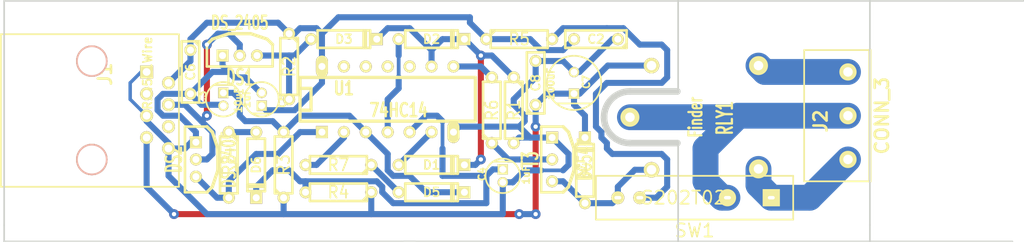
<source format=kicad_pcb>
(kicad_pcb (version 20171130) (host pcbnew "(5.0.1-dev-161-gb2b703363-dirty)+git1-1f19903-1")

  (general
    (thickness 1.6)
    (drawings 9)
    (tracks 240)
    (zones 0)
    (modules 29)
    (nets 22)
  )

  (page A4)
  (title_block
    (date "25 feb 2008")
  )

  (layers
    (0 F.Cu signal)
    (31 B.Cu signal)
    (32 B.Adhes user)
    (33 F.Adhes user)
    (34 B.Paste user)
    (35 F.Paste user)
    (36 B.SilkS user)
    (37 F.SilkS user)
    (38 B.Mask user)
    (39 F.Mask user)
    (40 Dwgs.User user)
    (41 Cmts.User user)
    (42 Eco1.User user)
    (43 Eco2.User user)
    (44 Edge.Cuts user)
    (45 Margin user)
    (46 B.CrtYd user)
    (47 F.CrtYd user)
    (48 B.Fab user)
    (49 F.Fab user)
  )

  (setup
    (last_trace_width 0.70104)
    (trace_clearance 0.1524)
    (zone_clearance 0.50038)
    (zone_45_only no)
    (trace_min 0.2)
    (segment_width 0.20066)
    (edge_width 0.20066)
    (via_size 1.143)
    (via_drill 0.50038)
    (via_min_size 0.4)
    (via_min_drill 0.3)
    (uvia_size 0.3)
    (uvia_drill 0.1)
    (uvias_allowed no)
    (uvia_min_size 0.2)
    (uvia_min_drill 0.1)
    (pcb_text_width 0.20066)
    (pcb_text_size 1.524 2.032)
    (mod_edge_width 0.20066)
    (mod_text_size 1.524 1.524)
    (mod_text_width 0.20066)
    (pad_size 1.397 1.397)
    (pad_drill 0.8128)
    (pad_to_mask_clearance 0.051)
    (solder_mask_min_width 0.25)
    (aux_axis_origin 20.574 22.86)
    (visible_elements FFFFFF7F)
    (pcbplotparams
      (layerselection 0x010fc_ffffffff)
      (usegerberextensions false)
      (usegerberattributes false)
      (usegerberadvancedattributes false)
      (creategerberjobfile false)
      (excludeedgelayer true)
      (linewidth 0.100000)
      (plotframeref false)
      (viasonmask false)
      (mode 1)
      (useauxorigin false)
      (hpglpennumber 1)
      (hpglpenspeed 20)
      (hpglpendiameter 15.000000)
      (psnegative false)
      (psa4output false)
      (plotreference true)
      (plotvalue true)
      (plotinvisibletext false)
      (padsonsilk false)
      (subtractmaskfromsilk false)
      (outputformat 1)
      (mirror false)
      (drillshape 1)
      (scaleselection 1)
      (outputdirectory ""))
  )

  (net 0 "")
  (net 1 N-000010)
  (net 2 N-000016)
  (net 3 N-000001)
  (net 4 +12V)
  (net 5 GND)
  (net 6 +5V)
  (net 7 N-000020)
  (net 8 N-000021)
  (net 9 N-000019)
  (net 10 N-000008)
  (net 11 N-000007)
  (net 12 N-000015)
  (net 13 N-000018)
  (net 14 N-000009)
  (net 15 N-000012)
  (net 16 N-000006)
  (net 17 N-000013)
  (net 18 N-000014)
  (net 19 N-000005)
  (net 20 N-000003)
  (net 21 N-000004)

  (net_class Default "This is the default net class."
    (clearance 0.1524)
    (trace_width 0.70104)
    (via_dia 1.143)
    (via_drill 0.50038)
    (uvia_dia 0.3)
    (uvia_drill 0.1)
    (add_net +12V)
    (add_net +5V)
    (add_net GND)
    (add_net N-000001)
    (add_net N-000003)
    (add_net N-000004)
    (add_net N-000005)
    (add_net N-000006)
    (add_net N-000007)
    (add_net N-000008)
    (add_net N-000009)
    (add_net N-000010)
    (add_net N-000012)
    (add_net N-000013)
    (add_net N-000014)
    (add_net N-000015)
    (add_net N-000016)
    (add_net N-000018)
    (add_net N-000019)
    (add_net N-000020)
    (add_net N-000021)
  )

  (module 3pin_r2 (layer F.Cu) (tedit 475E944B) (tstamp 475E4833)
    (at 132.08 82.55 270)
    (descr "module 2 pin (trou 6 mm)")
    (tags DEV)
    (fp_text reference J2 (at 0.635 3.175 270) (layer F.SilkS)
      (effects (font (size 1.524 1.524) (thickness 0.3048)))
    )
    (fp_text value CONN_3 (at 0 -3.937 270) (layer F.SilkS)
      (effects (font (size 1.524 1.524) (thickness 0.3048)))
    )
    (fp_line (start -7.62 5.08) (end 7.62 5.08) (layer F.SilkS) (width 0.20066))
    (fp_line (start 7.62 -2.54) (end 7.62 5.08) (layer F.SilkS) (width 0.20066))
    (fp_line (start -7.62 -2.54) (end -7.62 5.08) (layer F.SilkS) (width 0.20066))
    (fp_line (start -7.62 -2.54) (end 7.62 -2.54) (layer F.SilkS) (width 0.381))
    (pad 1 thru_hole circle (at -5.08 0 270) (size 1.99898 1.99898) (drill 1.09982) (layers *.Cu *.Mask F.SilkS)
      (net 1 N-000010))
    (pad 3 thru_hole circle (at 5.08 0 270) (size 1.99898 1.99898) (drill 1.09982) (layers *.Cu *.Mask F.SilkS)
      (net 2 N-000016))
    (pad 2 thru_hole circle (at 0 0 270) (size 1.99898 1.99898) (drill 1.09982) (layers *.Cu *.Mask F.SilkS)
      (net 3 N-000001))
    (model "device/douille_4mm(black).wrl"
      (at (xyz 0 0 0))
      (scale (xyz 1.8 1.8 1.8))
      (rotate (xyz 0 0 0))
    )
    (model "device/douille_4mm(red).wrl"
      (offset (xyz -0.59 0 0))
      (scale (xyz 1.8 1.8 1.8))
      (rotate (xyz 0 0 0))
    )
    (model "device/douille_4mm(green).wrl"
      (offset (xyz 0.59 0 0))
      (scale (xyz 1.8 1.8 1.8))
      (rotate (xyz 0 0 0))
    )
  )

  (module C2 placed (layer F.Cu) (tedit 200000) (tstamp 475E98F6)
    (at 95.885 78.74 90)
    (descr "Condensateur = 2 pas")
    (tags C)
    (fp_text reference C8 (at 0 0 90) (layer F.SilkS)
      (effects (font (size 1.016 1.016) (thickness 0.2032)))
    )
    (fp_text value 100nF (at 0 0 90) (layer F.SilkS) hide
      (effects (font (size 1.016 1.016) (thickness 0.2032)))
    )
    (fp_line (start -3.556 -1.016) (end 3.556 -1.016) (layer F.SilkS) (width 0.3048))
    (fp_line (start 3.556 -1.016) (end 3.556 1.016) (layer F.SilkS) (width 0.3048))
    (fp_line (start 3.556 1.016) (end -3.556 1.016) (layer F.SilkS) (width 0.3048))
    (fp_line (start -3.556 1.016) (end -3.556 -1.016) (layer F.SilkS) (width 0.3048))
    (fp_line (start -3.556 -0.508) (end -3.048 -1.016) (layer F.SilkS) (width 0.3048))
    (pad 1 thru_hole circle (at -2.54 0 90) (size 1.397 1.397) (drill 0.8128) (layers *.Cu *.Mask F.SilkS)
      (net 4 +12V))
    (pad 2 thru_hole circle (at 2.54 0 90) (size 1.397 1.397) (drill 0.8128) (layers *.Cu *.Mask F.SilkS)
      (net 5 GND))
    (model discret/capa_2pas_5x5mm.wrl
      (at (xyz 0 0 0))
      (scale (xyz 1 1 1))
      (rotate (xyz 0 0 0))
    )
  )

  (module C2 placed (layer F.Cu) (tedit 200000) (tstamp 475E54E8)
    (at 55.88 77.47 270)
    (descr "Condensateur = 2 pas")
    (tags C)
    (fp_text reference C6 (at 0 0 270) (layer F.SilkS)
      (effects (font (size 1.016 1.016) (thickness 0.2032)))
    )
    (fp_text value 10nF (at 0 0 270) (layer F.SilkS) hide
      (effects (font (size 1.016 1.016) (thickness 0.2032)))
    )
    (fp_line (start -3.556 -1.016) (end 3.556 -1.016) (layer F.SilkS) (width 0.3048))
    (fp_line (start 3.556 -1.016) (end 3.556 1.016) (layer F.SilkS) (width 0.3048))
    (fp_line (start 3.556 1.016) (end -3.556 1.016) (layer F.SilkS) (width 0.3048))
    (fp_line (start -3.556 1.016) (end -3.556 -1.016) (layer F.SilkS) (width 0.3048))
    (fp_line (start -3.556 -0.508) (end -3.048 -1.016) (layer F.SilkS) (width 0.3048))
    (pad 1 thru_hole circle (at -2.54 0 270) (size 1.397 1.397) (drill 0.8128) (layers *.Cu *.Mask F.SilkS)
      (net 6 +5V))
    (pad 2 thru_hole circle (at 2.54 0 270) (size 1.397 1.397) (drill 0.8128) (layers *.Cu *.Mask F.SilkS)
      (net 5 GND))
    (model discret/capa_2pas_5x5mm.wrl
      (at (xyz 0 0 0))
      (scale (xyz 1 1 1))
      (rotate (xyz 0 0 0))
    )
  )

  (module C2 placed (layer F.Cu) (tedit 200000) (tstamp 475DB612)
    (at 102.87 73.66 180)
    (descr "Condensateur = 2 pas")
    (tags C)
    (fp_text reference C2 (at 0 0 180) (layer F.SilkS)
      (effects (font (size 1.016 1.016) (thickness 0.2032)))
    )
    (fp_text value 10nF (at 0 0 180) (layer F.SilkS) hide
      (effects (font (size 1.016 1.016) (thickness 0.2032)))
    )
    (fp_line (start -3.556 -1.016) (end 3.556 -1.016) (layer F.SilkS) (width 0.3048))
    (fp_line (start 3.556 -1.016) (end 3.556 1.016) (layer F.SilkS) (width 0.3048))
    (fp_line (start 3.556 1.016) (end -3.556 1.016) (layer F.SilkS) (width 0.3048))
    (fp_line (start -3.556 1.016) (end -3.556 -1.016) (layer F.SilkS) (width 0.3048))
    (fp_line (start -3.556 -0.508) (end -3.048 -1.016) (layer F.SilkS) (width 0.3048))
    (pad 1 thru_hole circle (at -2.54 0 180) (size 1.397 1.397) (drill 0.8128) (layers *.Cu *.Mask F.SilkS)
      (net 5 GND))
    (pad 2 thru_hole circle (at 2.54 0 180) (size 1.397 1.397) (drill 0.8128) (layers *.Cu *.Mask F.SilkS)
      (net 6 +5V))
    (model discret/capa_2pas_5x5mm.wrl
      (at (xyz 0 0 0))
      (scale (xyz 1 1 1))
      (rotate (xyz 0 0 0))
    )
  )

  (module Elko_1.5 placed (layer F.Cu) (tedit 475ED723) (tstamp 475E5499)
    (at 64.135 80.645 90)
    (fp_text reference C5 (at -0.20066 2.4003 90) (layer F.SilkS)
      (effects (font (size 0.8001 0.8001) (thickness 0.20066)))
    )
    (fp_text value 10uF (at -0.09906 -2.70002 90) (layer F.SilkS)
      (effects (font (size 0.8001 0.8001) (thickness 0.20066)))
    )
    (fp_line (start -1.651 -1.15062) (end -1.651 1.09982) (layer F.SilkS) (width 0.20066))
    (fp_circle (center 0 0) (end -1.99898 0.09906) (layer F.SilkS) (width 0.20066))
    (pad 2 thru_hole circle (at 0.7493 0 90) (size 1.19888 1.19888) (drill 0.8001) (layers *.Cu *.Mask F.SilkS)
      (net 5 GND))
    (pad 1 thru_hole rect (at -0.7493 0 90) (size 1.19888 1.19888) (drill 0.8001) (layers *.Cu *.Mask F.SilkS)
      (net 6 +5V))
  )

  (module Elko_1.5 placed (layer F.Cu) (tedit 475ED723) (tstamp 475DB702)
    (at 92.075 89.535 270)
    (fp_text reference C4 (at -0.20066 2.4003 270) (layer F.SilkS)
      (effects (font (size 0.8001 0.8001) (thickness 0.20066)))
    )
    (fp_text value 1uF (at -0.09906 -2.70002 270) (layer F.SilkS)
      (effects (font (size 0.8001 0.8001) (thickness 0.20066)))
    )
    (fp_line (start -1.651 -1.15062) (end -1.651 1.09982) (layer F.SilkS) (width 0.20066))
    (fp_circle (center 0 0) (end -1.99898 0.09906) (layer F.SilkS) (width 0.20066))
    (pad 2 thru_hole circle (at 0.7493 0 270) (size 1.19888 1.19888) (drill 0.8001) (layers *.Cu *.Mask F.SilkS)
      (net 5 GND))
    (pad 1 thru_hole rect (at -0.7493 0 270) (size 1.19888 1.19888) (drill 0.8001) (layers *.Cu *.Mask F.SilkS)
      (net 7 N-000020))
  )

  (module Elko_1.5 placed (layer F.Cu) (tedit 475ED723) (tstamp 475DB6FE)
    (at 59.69 80.645 270)
    (fp_text reference C3 (at -0.20066 2.4003 270) (layer F.SilkS)
      (effects (font (size 0.8001 0.8001) (thickness 0.20066)))
    )
    (fp_text value 1uF (at -0.09906 -2.70002 270) (layer F.SilkS)
      (effects (font (size 0.8001 0.8001) (thickness 0.20066)))
    )
    (fp_line (start -1.651 -1.15062) (end -1.651 1.09982) (layer F.SilkS) (width 0.20066))
    (fp_circle (center 0 0) (end -1.99898 0.09906) (layer F.SilkS) (width 0.20066))
    (pad 2 thru_hole circle (at 0.7493 0 270) (size 1.19888 1.19888) (drill 0.8001) (layers *.Cu *.Mask F.SilkS)
      (net 5 GND))
    (pad 1 thru_hole rect (at -0.7493 0 270) (size 1.19888 1.19888) (drill 0.8001) (layers *.Cu *.Mask F.SilkS)
      (net 8 N-000021))
  )

  (module Elko_2.5 placed (layer F.Cu) (tedit 475EDFF9) (tstamp 475E7088)
    (at 100.33 78.74 90)
    (fp_text reference C7 (at 0.1016 1.4224 90) (layer F.SilkS)
      (effects (font (size 0.8001 0.8001) (thickness 0.20066)))
    )
    (fp_text value 100uF (at -0.09906 -2.70002 90) (layer F.SilkS)
      (effects (font (size 0.8001 0.8001) (thickness 0.20066)))
    )
    (fp_line (start -2.3876 -2.032) (end -2.3876 2.032) (layer F.SilkS) (width 0.20066))
    (fp_circle (center 0 0) (end -3.1496 0) (layer F.SilkS) (width 0.20066))
    (pad 2 thru_hole circle (at 1.24968 0 90) (size 1.19888 1.19888) (drill 0.8001) (layers *.Cu *.Mask F.SilkS)
      (net 5 GND))
    (pad 1 thru_hole rect (at -1.24968 0 90) (size 1.19888 1.19888) (drill 0.8001) (layers *.Cu *.Mask F.SilkS)
      (net 4 +12V))
  )

  (module Finder_36.11.9.012 (layer F.Cu) (tedit 475D8632) (tstamp 475E4815)
    (at 105.41 74.93 270)
    (descr "Finder relay")
    (tags FINDER)
    (autoplace_cost90 4)
    (autoplace_cost180 4)
    (fp_text reference RLY1 (at 7.8994 -12.40028 270) (layer F.SilkS)
      (effects (font (size 1.7907 1.07696) (thickness 0.3048)))
    )
    (fp_text value Finder (at 7.80034 -8.99922 270) (layer F.SilkS)
      (effects (font (size 1.524 1.016) (thickness 0.3048)))
    )
    (fp_arc (start 7.80034 -1.39954) (end 7.80034 1.6002) (angle 90) (layer Edge.Cuts) (width 0.762))
    (fp_arc (start 7.80034 -1.39954) (end 10.80008 -1.39954) (angle 90) (layer Edge.Cuts) (width 0.762))
    (fp_line (start 10.80008 -1.40208) (end 10.80008 -6.90372) (layer Edge.Cuts) (width 0.762))
    (fp_line (start 4.8006 -6.90118) (end 4.8006 -1.39954) (layer Edge.Cuts) (width 0.762))
    (fp_line (start 15.40002 -21.5011) (end 15.40002 0) (layer B.Paste) (width 0.381))
    (fp_line (start 15.40002 0) (end 0 0) (layer B.Paste) (width 0.381))
    (fp_line (start 0 0) (end 0 -21.5011) (layer B.Paste) (width 0.381))
    (fp_line (start 0 -21.5011) (end 15.40002 -21.5011) (layer B.Paste) (width 0.381))
    (pad 1 thru_hole circle (at 1.80086 -3.8989 270) (size 1.80086 1.80086) (drill 1.09982) (layers *.Cu *.Mask F.SilkS)
      (net 4 +12V))
    (pad 2 thru_hole circle (at 13.89888 -3.8989 270) (size 1.80086 1.80086) (drill 1.09982) (layers *.Cu *.Mask F.SilkS)
      (net 9 N-000019))
    (pad 3 thru_hole circle (at 7.80034 -1.39954 270) (size 2.19964 2.19964) (drill 1.09982) (layers *.Cu *.Mask F.SilkS)
      (net 3 N-000001))
    (pad 4 thru_hole circle (at 1.80086 -16.29918 270) (size 2.19964 2.19964) (drill 1.09982) (layers *.Cu *.Mask F.SilkS)
      (net 1 N-000010))
    (pad 5 thru_hole circle (at 13.79982 -16.29918 270) (size 2.19964 2.19964) (drill 1.09982) (layers *.Cu *.Mask F.SilkS)
      (net 2 N-000016))
    (model discret/to220_vert.wrl
      (at (xyz 0 0 0))
      (scale (xyz 1 1 1))
      (rotate (xyz 0 0 90))
    )
  )

  (module RJ45_8_R (layer F.Cu) (tedit 475E8CC9) (tstamp 5BABB16A)
    (at 50.8 77.47 270)
    (tags RJ45)
    (fp_text reference J1 (at 0.254 4.826 270) (layer F.SilkS)
      (effects (font (size 1.524 1.524) (thickness 0.3048)))
    )
    (fp_text value RJ45_1Wire (at 0.14224 -0.1016 270) (layer F.SilkS)
      (effects (font (size 1.00076 1.00076) (thickness 0.2032)))
    )
    (fp_line (start -4.3815 -3.7465) (end 13.335 -3.7465) (layer F.SilkS) (width 0.20066))
    (fp_line (start 13.335 -3.7465) (end 13.335 16.891) (layer F.SilkS) (width 0.20066))
    (fp_line (start 13.335 16.891) (end -4.3815 16.891) (layer F.SilkS) (width 0.20066))
    (fp_line (start -4.3815 16.891) (end -4.3815 -3.7465) (layer F.SilkS) (width 0.20066))
    (pad Hole np_thru_hole circle (at 10.17016 6.35 270) (size 3.64998 3.64998) (drill 3.2512) (layers *.Cu *.SilkS *.Mask))
    (pad Hole np_thru_hole circle (at -1.25984 6.35 270) (size 3.64998 3.64998) (drill 3.2512) (layers *.Cu *.SilkS *.Mask))
    (pad 1 thru_hole rect (at 0 0 270) (size 1.50114 1.50114) (drill 0.89916) (layers *.Cu *.Mask F.SilkS)
      (net 5 GND))
    (pad 2 thru_hole circle (at 1.27 -2.54 270) (size 1.50114 1.50114) (drill 0.89916) (layers *.Cu *.Mask F.SilkS)
      (net 6 +5V))
    (pad 3 thru_hole circle (at 2.54 0 270) (size 1.50114 1.50114) (drill 0.89916) (layers *.Cu *.Mask F.SilkS))
    (pad 4 thru_hole circle (at 3.81 -2.54 270) (size 1.50114 1.50114) (drill 0.89916) (layers *.Cu *.Mask F.SilkS)
      (net 10 N-000008))
    (pad 5 thru_hole circle (at 5.08 0 270) (size 1.50114 1.50114) (drill 0.89916) (layers *.Cu *.Mask F.SilkS)
      (net 5 GND))
    (pad 6 thru_hole circle (at 6.35 -2.54 270) (size 1.50114 1.50114) (drill 0.89916) (layers *.Cu *.Mask F.SilkS))
    (pad 7 thru_hole circle (at 7.62 0 270) (size 1.50114 1.50114) (drill 0.89916) (layers *.Cu *.Mask F.SilkS)
      (net 4 +12V))
    (pad 8 thru_hole circle (at 8.89 -2.54 270) (size 1.50114 1.50114) (drill 0.89916) (layers *.Cu *.Mask F.SilkS)
      (net 5 GND))
    (model connectors/RJ45_8.wrl
      (at (xyz 0 0 0))
      (scale (xyz 0.4 0.4 0.4))
      (rotate (xyz 0 0 0))
    )
  )

  (module S202T02 (layer F.Cu) (tedit 4784DC4F) (tstamp 4784D87C)
    (at 123.19 92.075 180)
    (autoplace_cost90 10)
    (autoplace_cost180 10)
    (fp_text reference SW1 (at 8.89 -3.81 180) (layer F.SilkS)
      (effects (font (size 1.524 1.524) (thickness 0.20066)))
    )
    (fp_text value S202T02 (at 10.16 0 180) (layer F.SilkS)
      (effects (font (size 1.524 1.524) (thickness 0.20066)))
    )
    (fp_line (start -2.54 -2.54) (end 20.32 -2.54) (layer F.SilkS) (width 0.20066))
    (fp_line (start 20.32 -2.54) (end 20.32 2.54) (layer F.SilkS) (width 0.20066))
    (fp_line (start 20.32 2.54) (end -2.54 2.54) (layer F.SilkS) (width 0.20066))
    (fp_line (start -2.54 2.54) (end -2.54 -2.54) (layer F.SilkS) (width 0.20066))
    (pad 1 thru_hole rect (at 0 0 180) (size 1.99898 1.99898) (drill oval 0.8001 0.39878) (layers *.Cu *.Mask F.SilkS)
      (net 2 N-000016))
    (pad 2 thru_hole circle (at 5.08 0 180) (size 1.99898 1.99898) (drill oval 0.8001 0.39878) (layers *.Cu *.Mask F.SilkS)
      (net 3 N-000001))
    (pad 3 thru_hole circle (at 15.24 0 180) (size 1.50114 1.50114) (drill oval 0.8001 0.39878) (layers *.Cu *.Mask F.SilkS)
      (net 11 N-000007))
    (pad 4 thru_hole circle (at 17.78 0 180) (size 1.50114 1.50114) (drill oval 0.8001 0.39878) (layers *.Cu *.Mask F.SilkS)
      (net 9 N-000019))
  )

  (module TO92_inline placed (layer F.Cu) (tedit 475D88C9) (tstamp 475E4888)
    (at 97.79 87.63 270)
    (descr "Trans inline")
    (tags TRANS)
    (fp_text reference T3 (at 0 2.54 270) (layer F.SilkS)
      (effects (font (size 1.7907 1.07696) (thickness 0.3048)))
    )
    (fp_text value BC547 (at 0 -3.81 270) (layer F.SilkS)
      (effects (font (size 1.524 1.016) (thickness 0.3048)))
    )
    (fp_line (start -3.81 -1.27) (end -3.175 -1.905) (layer F.SilkS) (width 0.381))
    (fp_line (start -3.175 -1.905) (end -1.27 -2.54) (layer F.SilkS) (width 0.381))
    (fp_line (start -1.27 -2.54) (end 1.27 -2.54) (layer F.SilkS) (width 0.381))
    (fp_line (start 1.27 -2.54) (end 3.175 -1.905) (layer F.SilkS) (width 0.381))
    (fp_line (start 3.175 -1.905) (end 3.81 -1.27) (layer F.SilkS) (width 0.381))
    (fp_line (start -3.81 1.27) (end -3.81 -1.27) (layer F.SilkS) (width 0.3048))
    (fp_line (start 3.81 -1.27) (end 3.81 1.27) (layer F.SilkS) (width 0.3048))
    (fp_line (start 3.81 1.27) (end -3.81 1.27) (layer F.SilkS) (width 0.3048))
    (pad 1 thru_hole rect (at -2.54 0 270) (size 1.397 1.397) (drill 0.8128) (layers *.Cu *.Mask F.SilkS)
      (net 5 GND))
    (pad 2 thru_hole circle (at 0 0 270) (size 1.397 1.397) (drill 0.8128) (layers *.Cu *.Mask F.SilkS)
      (net 12 N-000015))
    (pad 3 thru_hole circle (at 2.54 0 270) (size 1.397 1.397) (drill 0.8128) (layers *.Cu *.Mask F.SilkS)
      (net 9 N-000019))
    (model discret/to220_vert.wrl
      (at (xyz 0 0 0))
      (scale (xyz 1 1 1))
      (rotate (xyz 0 0 90))
    )
  )

  (module TO92_inline_2mm placed (layer F.Cu) (tedit 475D8914) (tstamp 475DB4CD)
    (at 56.515 87.63 270)
    (descr "Trans inline")
    (tags TRANS)
    (fp_text reference DS2 (at 0 2.54 270) (layer F.SilkS)
      (effects (font (size 1.7907 1.07696) (thickness 0.3048)))
    )
    (fp_text value DS_2405 (at 0 -3.81 270) (layer F.SilkS)
      (effects (font (size 1.524 1.016) (thickness 0.3048)))
    )
    (fp_line (start -3.81 -1.27) (end -3.175 -1.905) (layer F.SilkS) (width 0.381))
    (fp_line (start -3.175 -1.905) (end -1.27 -2.54) (layer F.SilkS) (width 0.381))
    (fp_line (start -1.27 -2.54) (end 1.27 -2.54) (layer F.SilkS) (width 0.381))
    (fp_line (start 1.27 -2.54) (end 3.175 -1.905) (layer F.SilkS) (width 0.381))
    (fp_line (start 3.175 -1.905) (end 3.81 -1.27) (layer F.SilkS) (width 0.381))
    (fp_line (start -3.81 1.27) (end -3.81 -1.27) (layer F.SilkS) (width 0.3048))
    (fp_line (start 3.81 -1.27) (end 3.81 1.27) (layer F.SilkS) (width 0.3048))
    (fp_line (start 3.81 1.27) (end -3.81 1.27) (layer F.SilkS) (width 0.3048))
    (pad 1 thru_hole rect (at -1.99898 0 270) (size 1.397 1.397) (drill 0.8128) (layers *.Cu *.Mask F.SilkS)
      (net 5 GND))
    (pad 2 thru_hole circle (at 0 0 270) (size 1.397 1.397) (drill 0.8128) (layers *.Cu *.Mask F.SilkS)
      (net 10 N-000008))
    (pad 3 thru_hole circle (at 1.99898 0 270) (size 1.397 1.397) (drill 0.8128) (layers *.Cu *.Mask F.SilkS)
      (net 13 N-000018))
    (model discret/to220_vert.wrl
      (at (xyz 0 0 0))
      (scale (xyz 1 1 1))
      (rotate (xyz 0 0 90))
    )
  )

  (module TO92_inline_2mm placed (layer F.Cu) (tedit 475D8914) (tstamp 5BABB0C4)
    (at 61.595 75.565)
    (descr "Trans inline")
    (tags TRANS)
    (fp_text reference DS1 (at 0 2.54) (layer F.SilkS)
      (effects (font (size 1.7907 1.07696) (thickness 0.3048)))
    )
    (fp_text value DS_2405 (at 0 -3.81) (layer F.SilkS)
      (effects (font (size 1.524 1.016) (thickness 0.3048)))
    )
    (fp_line (start -3.81 -1.27) (end -3.175 -1.905) (layer F.SilkS) (width 0.381))
    (fp_line (start -3.175 -1.905) (end -1.27 -2.54) (layer F.SilkS) (width 0.381))
    (fp_line (start -1.27 -2.54) (end 1.27 -2.54) (layer F.SilkS) (width 0.381))
    (fp_line (start 1.27 -2.54) (end 3.175 -1.905) (layer F.SilkS) (width 0.381))
    (fp_line (start 3.175 -1.905) (end 3.81 -1.27) (layer F.SilkS) (width 0.381))
    (fp_line (start -3.81 1.27) (end -3.81 -1.27) (layer F.SilkS) (width 0.3048))
    (fp_line (start 3.81 -1.27) (end 3.81 1.27) (layer F.SilkS) (width 0.3048))
    (fp_line (start 3.81 1.27) (end -3.81 1.27) (layer F.SilkS) (width 0.3048))
    (pad 1 thru_hole rect (at -1.99898 0) (size 1.397 1.397) (drill 0.8128) (layers *.Cu *.Mask F.SilkS)
      (net 5 GND))
    (pad 2 thru_hole circle (at 0 0) (size 1.397 1.397) (drill 0.8128) (layers *.Cu *.Mask F.SilkS)
      (net 10 N-000008))
    (pad 3 thru_hole circle (at 1.99898 0) (size 1.397 1.397) (drill 0.8128) (layers *.Cu *.Mask F.SilkS)
      (net 14 N-000009))
    (model discret/to220_vert.wrl
      (at (xyz 0 0 0))
      (scale (xyz 1 1 1))
      (rotate (xyz 0 0 90))
    )
  )

  (module D3 (layer F.Cu) (tedit 200000) (tstamp 475E4489)
    (at 83.82 88.265)
    (descr "Diode 3 pas")
    (tags "DIODE DEV")
    (fp_text reference D1 (at 0 0) (layer F.SilkS)
      (effects (font (size 1.016 1.016) (thickness 0.2032)))
    )
    (fp_text value 1N4148 (at 0 0) (layer F.SilkS) hide
      (effects (font (size 1.016 1.016) (thickness 0.2032)))
    )
    (fp_line (start 3.81 0) (end 3.048 0) (layer F.SilkS) (width 0.3048))
    (fp_line (start 3.048 0) (end 3.048 -1.016) (layer F.SilkS) (width 0.3048))
    (fp_line (start 3.048 -1.016) (end -3.048 -1.016) (layer F.SilkS) (width 0.3048))
    (fp_line (start -3.048 -1.016) (end -3.048 0) (layer F.SilkS) (width 0.3048))
    (fp_line (start -3.048 0) (end -3.81 0) (layer F.SilkS) (width 0.3048))
    (fp_line (start -3.048 0) (end -3.048 1.016) (layer F.SilkS) (width 0.3048))
    (fp_line (start -3.048 1.016) (end 3.048 1.016) (layer F.SilkS) (width 0.3048))
    (fp_line (start 3.048 1.016) (end 3.048 0) (layer F.SilkS) (width 0.3048))
    (fp_line (start 2.54 -1.016) (end 2.54 1.016) (layer F.SilkS) (width 0.3048))
    (fp_line (start 2.286 1.016) (end 2.286 -1.016) (layer F.SilkS) (width 0.3048))
    (pad 2 thru_hole rect (at 3.81 0) (size 1.397 1.397) (drill 0.8128) (layers *.Cu *.Mask F.SilkS)
      (net 15 N-000012))
    (pad 1 thru_hole circle (at -3.81 0) (size 1.397 1.397) (drill 0.8128) (layers *.Cu *.Mask F.SilkS)
      (net 16 N-000006))
    (model discret/diode.wrl
      (at (xyz 0 0 0))
      (scale (xyz 0.3 0.3 0.3))
      (rotate (xyz 0 0 0))
    )
  )

  (module D3 (layer F.Cu) (tedit 200000) (tstamp 475E3BCD)
    (at 83.82 73.66)
    (descr "Diode 3 pas")
    (tags "DIODE DEV")
    (fp_text reference D2 (at 0 0) (layer F.SilkS)
      (effects (font (size 1.016 1.016) (thickness 0.2032)))
    )
    (fp_text value 1N4148 (at 0 0) (layer F.SilkS) hide
      (effects (font (size 1.016 1.016) (thickness 0.2032)))
    )
    (fp_line (start 3.81 0) (end 3.048 0) (layer F.SilkS) (width 0.3048))
    (fp_line (start 3.048 0) (end 3.048 -1.016) (layer F.SilkS) (width 0.3048))
    (fp_line (start 3.048 -1.016) (end -3.048 -1.016) (layer F.SilkS) (width 0.3048))
    (fp_line (start -3.048 -1.016) (end -3.048 0) (layer F.SilkS) (width 0.3048))
    (fp_line (start -3.048 0) (end -3.81 0) (layer F.SilkS) (width 0.3048))
    (fp_line (start -3.048 0) (end -3.048 1.016) (layer F.SilkS) (width 0.3048))
    (fp_line (start -3.048 1.016) (end 3.048 1.016) (layer F.SilkS) (width 0.3048))
    (fp_line (start 3.048 1.016) (end 3.048 0) (layer F.SilkS) (width 0.3048))
    (fp_line (start 2.54 -1.016) (end 2.54 1.016) (layer F.SilkS) (width 0.3048))
    (fp_line (start 2.286 1.016) (end 2.286 -1.016) (layer F.SilkS) (width 0.3048))
    (pad 2 thru_hole rect (at 3.81 0) (size 1.397 1.397) (drill 0.8128) (layers *.Cu *.Mask F.SilkS)
      (net 15 N-000012))
    (pad 1 thru_hole circle (at -3.81 0) (size 1.397 1.397) (drill 0.8128) (layers *.Cu *.Mask F.SilkS)
      (net 17 N-000013))
    (model discret/diode.wrl
      (at (xyz 0 0 0))
      (scale (xyz 0.3 0.3 0.3))
      (rotate (xyz 0 0 0))
    )
  )

  (module D3 (layer F.Cu) (tedit 200000) (tstamp 475E3D8C)
    (at 73.66 73.66)
    (descr "Diode 3 pas")
    (tags "DIODE DEV")
    (fp_text reference D3 (at 0 0) (layer F.SilkS)
      (effects (font (size 1.016 1.016) (thickness 0.2032)))
    )
    (fp_text value 1N4148 (at 0 0) (layer F.SilkS) hide
      (effects (font (size 1.016 1.016) (thickness 0.2032)))
    )
    (fp_line (start 3.81 0) (end 3.048 0) (layer F.SilkS) (width 0.3048))
    (fp_line (start 3.048 0) (end 3.048 -1.016) (layer F.SilkS) (width 0.3048))
    (fp_line (start 3.048 -1.016) (end -3.048 -1.016) (layer F.SilkS) (width 0.3048))
    (fp_line (start -3.048 -1.016) (end -3.048 0) (layer F.SilkS) (width 0.3048))
    (fp_line (start -3.048 0) (end -3.81 0) (layer F.SilkS) (width 0.3048))
    (fp_line (start -3.048 0) (end -3.048 1.016) (layer F.SilkS) (width 0.3048))
    (fp_line (start -3.048 1.016) (end 3.048 1.016) (layer F.SilkS) (width 0.3048))
    (fp_line (start 3.048 1.016) (end 3.048 0) (layer F.SilkS) (width 0.3048))
    (fp_line (start 2.54 -1.016) (end 2.54 1.016) (layer F.SilkS) (width 0.3048))
    (fp_line (start 2.286 1.016) (end 2.286 -1.016) (layer F.SilkS) (width 0.3048))
    (pad 2 thru_hole rect (at 3.81 0) (size 1.397 1.397) (drill 0.8128) (layers *.Cu *.Mask F.SilkS)
      (net 15 N-000012))
    (pad 1 thru_hole circle (at -3.81 0) (size 1.397 1.397) (drill 0.8128) (layers *.Cu *.Mask F.SilkS)
      (net 14 N-000009))
    (model discret/diode.wrl
      (at (xyz 0 0 0))
      (scale (xyz 0.3 0.3 0.3))
      (rotate (xyz 0 0 0))
    )
  )

  (module D3 (layer F.Cu) (tedit 200000) (tstamp 475E4866)
    (at 101.6 88.9 90)
    (descr "Diode 3 pas")
    (tags "DIODE DEV")
    (fp_text reference D4 (at 0 0 90) (layer F.SilkS)
      (effects (font (size 1.016 1.016) (thickness 0.2032)))
    )
    (fp_text value 1N4148 (at 0 0 90) (layer F.SilkS) hide
      (effects (font (size 1.016 1.016) (thickness 0.2032)))
    )
    (fp_line (start 3.81 0) (end 3.048 0) (layer F.SilkS) (width 0.3048))
    (fp_line (start 3.048 0) (end 3.048 -1.016) (layer F.SilkS) (width 0.3048))
    (fp_line (start 3.048 -1.016) (end -3.048 -1.016) (layer F.SilkS) (width 0.3048))
    (fp_line (start -3.048 -1.016) (end -3.048 0) (layer F.SilkS) (width 0.3048))
    (fp_line (start -3.048 0) (end -3.81 0) (layer F.SilkS) (width 0.3048))
    (fp_line (start -3.048 0) (end -3.048 1.016) (layer F.SilkS) (width 0.3048))
    (fp_line (start -3.048 1.016) (end 3.048 1.016) (layer F.SilkS) (width 0.3048))
    (fp_line (start 3.048 1.016) (end 3.048 0) (layer F.SilkS) (width 0.3048))
    (fp_line (start 2.54 -1.016) (end 2.54 1.016) (layer F.SilkS) (width 0.3048))
    (fp_line (start 2.286 1.016) (end 2.286 -1.016) (layer F.SilkS) (width 0.3048))
    (pad 2 thru_hole rect (at 3.81 0 90) (size 1.397 1.397) (drill 0.8128) (layers *.Cu *.Mask F.SilkS)
      (net 4 +12V))
    (pad 1 thru_hole circle (at -3.81 0 90) (size 1.397 1.397) (drill 0.8128) (layers *.Cu *.Mask F.SilkS)
      (net 9 N-000019))
    (model discret/diode.wrl
      (at (xyz 0 0 0))
      (scale (xyz 0.3 0.3 0.3))
      (rotate (xyz 0 0 0))
    )
  )

  (module D3 (layer F.Cu) (tedit 200000) (tstamp 4784FCEA)
    (at 83.82 91.44)
    (descr "Diode 3 pas")
    (tags "DIODE DEV")
    (fp_text reference D5 (at 0 0) (layer F.SilkS)
      (effects (font (size 1.016 1.016) (thickness 0.2032)))
    )
    (fp_text value 1N4148 (at 0 0) (layer F.SilkS) hide
      (effects (font (size 1.016 1.016) (thickness 0.2032)))
    )
    (fp_line (start 3.81 0) (end 3.048 0) (layer F.SilkS) (width 0.3048))
    (fp_line (start 3.048 0) (end 3.048 -1.016) (layer F.SilkS) (width 0.3048))
    (fp_line (start 3.048 -1.016) (end -3.048 -1.016) (layer F.SilkS) (width 0.3048))
    (fp_line (start -3.048 -1.016) (end -3.048 0) (layer F.SilkS) (width 0.3048))
    (fp_line (start -3.048 0) (end -3.81 0) (layer F.SilkS) (width 0.3048))
    (fp_line (start -3.048 0) (end -3.048 1.016) (layer F.SilkS) (width 0.3048))
    (fp_line (start -3.048 1.016) (end 3.048 1.016) (layer F.SilkS) (width 0.3048))
    (fp_line (start 3.048 1.016) (end 3.048 0) (layer F.SilkS) (width 0.3048))
    (fp_line (start 2.54 -1.016) (end 2.54 1.016) (layer F.SilkS) (width 0.3048))
    (fp_line (start 2.286 1.016) (end 2.286 -1.016) (layer F.SilkS) (width 0.3048))
    (pad 2 thru_hole rect (at 3.81 0) (size 1.397 1.397) (drill 0.8128) (layers *.Cu *.Mask F.SilkS)
      (net 8 N-000021))
    (pad 1 thru_hole circle (at -3.81 0) (size 1.397 1.397) (drill 0.8128) (layers *.Cu *.Mask F.SilkS)
      (net 18 N-000014))
    (model discret/diode.wrl
      (at (xyz 0 0 0))
      (scale (xyz 0.3 0.3 0.3))
      (rotate (xyz 0 0 0))
    )
  )

  (module D3 (layer F.Cu) (tedit 200000) (tstamp 4784FCF8)
    (at 63.5 88.265 270)
    (descr "Diode 3 pas")
    (tags "DIODE DEV")
    (fp_text reference D6 (at 0 0 270) (layer F.SilkS)
      (effects (font (size 1.016 1.016) (thickness 0.2032)))
    )
    (fp_text value 1N4148 (at 0 0 270) (layer F.SilkS) hide
      (effects (font (size 1.016 1.016) (thickness 0.2032)))
    )
    (fp_line (start 3.81 0) (end 3.048 0) (layer F.SilkS) (width 0.3048))
    (fp_line (start 3.048 0) (end 3.048 -1.016) (layer F.SilkS) (width 0.3048))
    (fp_line (start 3.048 -1.016) (end -3.048 -1.016) (layer F.SilkS) (width 0.3048))
    (fp_line (start -3.048 -1.016) (end -3.048 0) (layer F.SilkS) (width 0.3048))
    (fp_line (start -3.048 0) (end -3.81 0) (layer F.SilkS) (width 0.3048))
    (fp_line (start -3.048 0) (end -3.048 1.016) (layer F.SilkS) (width 0.3048))
    (fp_line (start -3.048 1.016) (end 3.048 1.016) (layer F.SilkS) (width 0.3048))
    (fp_line (start 3.048 1.016) (end 3.048 0) (layer F.SilkS) (width 0.3048))
    (fp_line (start 2.54 -1.016) (end 2.54 1.016) (layer F.SilkS) (width 0.3048))
    (fp_line (start 2.286 1.016) (end 2.286 -1.016) (layer F.SilkS) (width 0.3048))
    (pad 2 thru_hole rect (at 3.81 0 270) (size 1.397 1.397) (drill 0.8128) (layers *.Cu *.Mask F.SilkS)
      (net 7 N-000020))
    (pad 1 thru_hole circle (at -3.81 0 270) (size 1.397 1.397) (drill 0.8128) (layers *.Cu *.Mask F.SilkS)
      (net 19 N-000005))
    (model discret/diode.wrl
      (at (xyz 0 0 0))
      (scale (xyz 0.3 0.3 0.3))
      (rotate (xyz 0 0 0))
    )
  )

  (module R3 (layer F.Cu) (tedit 200000) (tstamp 475E3C15)
    (at 93.345 81.915 270)
    (descr "Resitance 3 pas")
    (tags R)
    (autoplace_cost180 10)
    (fp_text reference R1 (at 0 0 270) (layer F.SilkS)
      (effects (font (size 1.397 1.27) (thickness 0.2032)))
    )
    (fp_text value 1M (at 0 0 270) (layer F.SilkS) hide
      (effects (font (size 1.397 1.27) (thickness 0.2032)))
    )
    (fp_line (start -3.81 0) (end -3.302 0) (layer F.SilkS) (width 0.3048))
    (fp_line (start 3.81 0) (end 3.302 0) (layer F.SilkS) (width 0.3048))
    (fp_line (start 3.302 0) (end 3.302 -1.016) (layer F.SilkS) (width 0.3048))
    (fp_line (start 3.302 -1.016) (end -3.302 -1.016) (layer F.SilkS) (width 0.3048))
    (fp_line (start -3.302 -1.016) (end -3.302 1.016) (layer F.SilkS) (width 0.3048))
    (fp_line (start -3.302 1.016) (end 3.302 1.016) (layer F.SilkS) (width 0.3048))
    (fp_line (start 3.302 1.016) (end 3.302 0) (layer F.SilkS) (width 0.3048))
    (fp_line (start -3.302 -0.508) (end -2.794 -1.016) (layer F.SilkS) (width 0.3048))
    (pad 1 thru_hole circle (at -3.81 0 270) (size 1.397 1.397) (drill 0.8128) (layers *.Cu *.Mask F.SilkS)
      (net 15 N-000012))
    (pad 2 thru_hole circle (at 3.81 0 270) (size 1.397 1.397) (drill 0.8128) (layers *.Cu *.Mask F.SilkS)
      (net 5 GND))
    (model discret/resistor.wrl
      (at (xyz 0 0 0))
      (scale (xyz 0.3 0.3 0.3))
      (rotate (xyz 0 0 0))
    )
  )

  (module R3 (layer F.Cu) (tedit 200000) (tstamp 475E45B4)
    (at 67.31 76.835 270)
    (descr "Resitance 3 pas")
    (tags R)
    (autoplace_cost180 10)
    (fp_text reference R2 (at 0 0 270) (layer F.SilkS)
      (effects (font (size 1.397 1.27) (thickness 0.2032)))
    )
    (fp_text value 22K (at 0 0 270) (layer F.SilkS) hide
      (effects (font (size 1.397 1.27) (thickness 0.2032)))
    )
    (fp_line (start -3.81 0) (end -3.302 0) (layer F.SilkS) (width 0.3048))
    (fp_line (start 3.81 0) (end 3.302 0) (layer F.SilkS) (width 0.3048))
    (fp_line (start 3.302 0) (end 3.302 -1.016) (layer F.SilkS) (width 0.3048))
    (fp_line (start 3.302 -1.016) (end -3.302 -1.016) (layer F.SilkS) (width 0.3048))
    (fp_line (start -3.302 -1.016) (end -3.302 1.016) (layer F.SilkS) (width 0.3048))
    (fp_line (start -3.302 1.016) (end 3.302 1.016) (layer F.SilkS) (width 0.3048))
    (fp_line (start 3.302 1.016) (end 3.302 0) (layer F.SilkS) (width 0.3048))
    (fp_line (start -3.302 -0.508) (end -2.794 -1.016) (layer F.SilkS) (width 0.3048))
    (pad 1 thru_hole circle (at -3.81 0 270) (size 1.397 1.397) (drill 0.8128) (layers *.Cu *.Mask F.SilkS)
      (net 6 +5V))
    (pad 2 thru_hole circle (at 3.81 0 270) (size 1.397 1.397) (drill 0.8128) (layers *.Cu *.Mask F.SilkS)
      (net 14 N-000009))
    (model discret/resistor.wrl
      (at (xyz 0 0 0))
      (scale (xyz 0.3 0.3 0.3))
      (rotate (xyz 0 0 0))
    )
  )

  (module R3 (layer F.Cu) (tedit 200000) (tstamp 475E474D)
    (at 66.675 88.265 90)
    (descr "Resitance 3 pas")
    (tags R)
    (autoplace_cost180 10)
    (fp_text reference R3 (at 0 0 90) (layer F.SilkS)
      (effects (font (size 1.397 1.27) (thickness 0.2032)))
    )
    (fp_text value 10M (at 0 0 90) (layer F.SilkS) hide
      (effects (font (size 1.397 1.27) (thickness 0.2032)))
    )
    (fp_line (start -3.81 0) (end -3.302 0) (layer F.SilkS) (width 0.3048))
    (fp_line (start 3.81 0) (end 3.302 0) (layer F.SilkS) (width 0.3048))
    (fp_line (start 3.302 0) (end 3.302 -1.016) (layer F.SilkS) (width 0.3048))
    (fp_line (start 3.302 -1.016) (end -3.302 -1.016) (layer F.SilkS) (width 0.3048))
    (fp_line (start -3.302 -1.016) (end -3.302 1.016) (layer F.SilkS) (width 0.3048))
    (fp_line (start -3.302 1.016) (end 3.302 1.016) (layer F.SilkS) (width 0.3048))
    (fp_line (start 3.302 1.016) (end 3.302 0) (layer F.SilkS) (width 0.3048))
    (fp_line (start -3.302 -0.508) (end -2.794 -1.016) (layer F.SilkS) (width 0.3048))
    (pad 1 thru_hole circle (at -3.81 0 90) (size 1.397 1.397) (drill 0.8128) (layers *.Cu *.Mask F.SilkS)
      (net 5 GND))
    (pad 2 thru_hole circle (at 3.81 0 90) (size 1.397 1.397) (drill 0.8128) (layers *.Cu *.Mask F.SilkS)
      (net 8 N-000021))
    (model discret/resistor.wrl
      (at (xyz 0 0 0))
      (scale (xyz 0.3 0.3 0.3))
      (rotate (xyz 0 0 0))
    )
  )

  (module R3 (layer F.Cu) (tedit 200000) (tstamp 475E47A2)
    (at 73.025 91.44 180)
    (descr "Resitance 3 pas")
    (tags R)
    (autoplace_cost180 10)
    (fp_text reference R4 (at 0 0 180) (layer F.SilkS)
      (effects (font (size 1.397 1.27) (thickness 0.2032)))
    )
    (fp_text value 10M (at 0 0 180) (layer F.SilkS) hide
      (effects (font (size 1.397 1.27) (thickness 0.2032)))
    )
    (fp_line (start -3.81 0) (end -3.302 0) (layer F.SilkS) (width 0.3048))
    (fp_line (start 3.81 0) (end 3.302 0) (layer F.SilkS) (width 0.3048))
    (fp_line (start 3.302 0) (end 3.302 -1.016) (layer F.SilkS) (width 0.3048))
    (fp_line (start 3.302 -1.016) (end -3.302 -1.016) (layer F.SilkS) (width 0.3048))
    (fp_line (start -3.302 -1.016) (end -3.302 1.016) (layer F.SilkS) (width 0.3048))
    (fp_line (start -3.302 1.016) (end 3.302 1.016) (layer F.SilkS) (width 0.3048))
    (fp_line (start 3.302 1.016) (end 3.302 0) (layer F.SilkS) (width 0.3048))
    (fp_line (start -3.302 -0.508) (end -2.794 -1.016) (layer F.SilkS) (width 0.3048))
    (pad 1 thru_hole circle (at -3.81 0 180) (size 1.397 1.397) (drill 0.8128) (layers *.Cu *.Mask F.SilkS)
      (net 5 GND))
    (pad 2 thru_hole circle (at 3.81 0 180) (size 1.397 1.397) (drill 0.8128) (layers *.Cu *.Mask F.SilkS)
      (net 7 N-000020))
    (model discret/resistor.wrl
      (at (xyz 0 0 0))
      (scale (xyz 0.3 0.3 0.3))
      (rotate (xyz 0 0 0))
    )
  )

  (module R3 (layer F.Cu) (tedit 200000) (tstamp 4784D974)
    (at 93.98 73.66)
    (descr "Resitance 3 pas")
    (tags R)
    (autoplace_cost180 10)
    (fp_text reference R5 (at 0 0) (layer F.SilkS)
      (effects (font (size 1.397 1.27) (thickness 0.2032)))
    )
    (fp_text value 180 (at 0 0) (layer F.SilkS) hide
      (effects (font (size 1.397 1.27) (thickness 0.2032)))
    )
    (fp_line (start -3.81 0) (end -3.302 0) (layer F.SilkS) (width 0.3048))
    (fp_line (start 3.81 0) (end 3.302 0) (layer F.SilkS) (width 0.3048))
    (fp_line (start 3.302 0) (end 3.302 -1.016) (layer F.SilkS) (width 0.3048))
    (fp_line (start 3.302 -1.016) (end -3.302 -1.016) (layer F.SilkS) (width 0.3048))
    (fp_line (start -3.302 -1.016) (end -3.302 1.016) (layer F.SilkS) (width 0.3048))
    (fp_line (start -3.302 1.016) (end 3.302 1.016) (layer F.SilkS) (width 0.3048))
    (fp_line (start 3.302 1.016) (end 3.302 0) (layer F.SilkS) (width 0.3048))
    (fp_line (start -3.302 -0.508) (end -2.794 -1.016) (layer F.SilkS) (width 0.3048))
    (pad 1 thru_hole circle (at -3.81 0) (size 1.397 1.397) (drill 0.8128) (layers *.Cu *.Mask F.SilkS)
      (net 6 +5V))
    (pad 2 thru_hole circle (at 3.81 0) (size 1.397 1.397) (drill 0.8128) (layers *.Cu *.Mask F.SilkS)
      (net 11 N-000007))
    (model discret/resistor.wrl
      (at (xyz 0 0 0))
      (scale (xyz 0.3 0.3 0.3))
      (rotate (xyz 0 0 0))
    )
  )

  (module R3 (layer F.Cu) (tedit 200000) (tstamp 4784DD29)
    (at 90.805 81.915 90)
    (descr "Resitance 3 pas")
    (tags R)
    (autoplace_cost180 10)
    (fp_text reference R6 (at 0 0 90) (layer F.SilkS)
      (effects (font (size 1.397 1.27) (thickness 0.2032)))
    )
    (fp_text value 10k (at 0 0 90) (layer F.SilkS) hide
      (effects (font (size 1.397 1.27) (thickness 0.2032)))
    )
    (fp_line (start -3.81 0) (end -3.302 0) (layer F.SilkS) (width 0.3048))
    (fp_line (start 3.81 0) (end 3.302 0) (layer F.SilkS) (width 0.3048))
    (fp_line (start 3.302 0) (end 3.302 -1.016) (layer F.SilkS) (width 0.3048))
    (fp_line (start 3.302 -1.016) (end -3.302 -1.016) (layer F.SilkS) (width 0.3048))
    (fp_line (start -3.302 -1.016) (end -3.302 1.016) (layer F.SilkS) (width 0.3048))
    (fp_line (start -3.302 1.016) (end 3.302 1.016) (layer F.SilkS) (width 0.3048))
    (fp_line (start 3.302 1.016) (end 3.302 0) (layer F.SilkS) (width 0.3048))
    (fp_line (start -3.302 -0.508) (end -2.794 -1.016) (layer F.SilkS) (width 0.3048))
    (pad 1 thru_hole circle (at -3.81 0 90) (size 1.397 1.397) (drill 0.8128) (layers *.Cu *.Mask F.SilkS)
      (net 12 N-000015))
    (pad 2 thru_hole circle (at 3.81 0 90) (size 1.397 1.397) (drill 0.8128) (layers *.Cu *.Mask F.SilkS)
      (net 20 N-000003))
    (model discret/resistor.wrl
      (at (xyz 0 0 0))
      (scale (xyz 0.3 0.3 0.3))
      (rotate (xyz 0 0 0))
    )
  )

  (module R3 (layer F.Cu) (tedit 200000) (tstamp 4784FC1F)
    (at 73.025 88.265 180)
    (descr "Resitance 3 pas")
    (tags R)
    (autoplace_cost180 10)
    (fp_text reference R7 (at 0 0 180) (layer F.SilkS)
      (effects (font (size 1.397 1.27) (thickness 0.2032)))
    )
    (fp_text value 1k (at 0 0 180) (layer F.SilkS) hide
      (effects (font (size 1.397 1.27) (thickness 0.2032)))
    )
    (fp_line (start -3.81 0) (end -3.302 0) (layer F.SilkS) (width 0.3048))
    (fp_line (start 3.81 0) (end 3.302 0) (layer F.SilkS) (width 0.3048))
    (fp_line (start 3.302 0) (end 3.302 -1.016) (layer F.SilkS) (width 0.3048))
    (fp_line (start 3.302 -1.016) (end -3.302 -1.016) (layer F.SilkS) (width 0.3048))
    (fp_line (start -3.302 -1.016) (end -3.302 1.016) (layer F.SilkS) (width 0.3048))
    (fp_line (start -3.302 1.016) (end 3.302 1.016) (layer F.SilkS) (width 0.3048))
    (fp_line (start 3.302 1.016) (end 3.302 0) (layer F.SilkS) (width 0.3048))
    (fp_line (start -3.302 -0.508) (end -2.794 -1.016) (layer F.SilkS) (width 0.3048))
    (pad 1 thru_hole circle (at -3.81 0 180) (size 1.397 1.397) (drill 0.8128) (layers *.Cu *.Mask F.SilkS)
      (net 18 N-000014))
    (pad 2 thru_hole circle (at 3.81 0 180) (size 1.397 1.397) (drill 0.8128) (layers *.Cu *.Mask F.SilkS)
      (net 21 N-000004))
    (model discret/resistor.wrl
      (at (xyz 0 0 0))
      (scale (xyz 0.3 0.3 0.3))
      (rotate (xyz 0 0 0))
    )
  )

  (module R3 (layer F.Cu) (tedit 200000) (tstamp 4784FC21)
    (at 60.325 88.265 270)
    (descr "Resitance 3 pas")
    (tags R)
    (autoplace_cost180 10)
    (fp_text reference R8 (at 0 0 270) (layer F.SilkS)
      (effects (font (size 1.397 1.27) (thickness 0.2032)))
    )
    (fp_text value 1k (at 0 0 270) (layer F.SilkS) hide
      (effects (font (size 1.397 1.27) (thickness 0.2032)))
    )
    (fp_line (start -3.81 0) (end -3.302 0) (layer F.SilkS) (width 0.3048))
    (fp_line (start 3.81 0) (end 3.302 0) (layer F.SilkS) (width 0.3048))
    (fp_line (start 3.302 0) (end 3.302 -1.016) (layer F.SilkS) (width 0.3048))
    (fp_line (start 3.302 -1.016) (end -3.302 -1.016) (layer F.SilkS) (width 0.3048))
    (fp_line (start -3.302 -1.016) (end -3.302 1.016) (layer F.SilkS) (width 0.3048))
    (fp_line (start -3.302 1.016) (end 3.302 1.016) (layer F.SilkS) (width 0.3048))
    (fp_line (start 3.302 1.016) (end 3.302 0) (layer F.SilkS) (width 0.3048))
    (fp_line (start -3.302 -0.508) (end -2.794 -1.016) (layer F.SilkS) (width 0.3048))
    (pad 1 thru_hole circle (at -3.81 0 270) (size 1.397 1.397) (drill 0.8128) (layers *.Cu *.Mask F.SilkS)
      (net 19 N-000005))
    (pad 2 thru_hole circle (at 3.81 0 270) (size 1.397 1.397) (drill 0.8128) (layers *.Cu *.Mask F.SilkS)
      (net 13 N-000018))
    (model discret/resistor.wrl
      (at (xyz 0 0 0))
      (scale (xyz 0.3 0.3 0.3))
      (rotate (xyz 0 0 0))
    )
  )

  (module 14dip300 (layer F.Cu) (tedit 478F0AF4) (tstamp 4784FEF6)
    (at 78.74 80.645)
    (descr "Module Dil 14 pins, pads ronds")
    (tags DIL)
    (fp_text reference U1 (at -5.08 -1.27) (layer F.SilkS)
      (effects (font (size 1.524 1.143) (thickness 0.3048)))
    )
    (fp_text value 74HC14 (at 1.27 1.27) (layer F.SilkS)
      (effects (font (size 1.524 1.143) (thickness 0.3048)))
    )
    (fp_line (start -10.16 -2.54) (end 10.16 -2.54) (layer F.SilkS) (width 0.381))
    (fp_line (start 10.16 2.54) (end -10.16 2.54) (layer F.SilkS) (width 0.381))
    (fp_line (start -10.16 2.54) (end -10.16 -2.54) (layer F.SilkS) (width 0.381))
    (fp_line (start -10.16 -1.27) (end -8.89 -1.27) (layer F.SilkS) (width 0.381))
    (fp_line (start -8.89 -1.27) (end -8.89 1.27) (layer F.SilkS) (width 0.381))
    (fp_line (start -8.89 1.27) (end -10.16 1.27) (layer F.SilkS) (width 0.381))
    (fp_line (start 10.16 -2.54) (end 10.16 2.54) (layer F.SilkS) (width 0.381))
    (pad 1 thru_hole rect (at -7.62 3.81) (size 1.397 1.397) (drill 0.8128) (layers *.Cu *.Mask F.SilkS)
      (net 13 N-000018))
    (pad 2 thru_hole circle (at -5.08 3.81) (size 1.397 1.397) (drill 0.8128) (layers *.Cu *.Mask F.SilkS)
      (net 21 N-000004))
    (pad 3 thru_hole circle (at -2.54 3.81) (size 1.397 1.397) (drill 0.8128) (layers *.Cu *.Mask F.SilkS)
      (net 8 N-000021))
    (pad 4 thru_hole circle (at 0 3.81) (size 1.397 1.397) (drill 0.8128) (layers *.Cu *.Mask F.SilkS)
      (net 17 N-000013))
    (pad 5 thru_hole circle (at 2.54 3.81) (size 1.397 1.397) (drill 0.8128) (layers *.Cu *.Mask F.SilkS)
      (net 7 N-000020))
    (pad 6 thru_hole circle (at 5.08 3.81) (size 1.397 1.397) (drill 0.8128) (layers *.Cu *.Mask F.SilkS)
      (net 16 N-000006))
    (pad 7 thru_hole oval (at 7.62 3.81) (size 1.397 2.54) (drill 0.8128) (layers *.Cu *.Mask F.SilkS)
      (net 5 GND))
    (pad 8 thru_hole circle (at 7.62 -3.81) (size 1.397 1.397) (drill 0.8128) (layers *.Cu *.Mask F.SilkS)
      (net 20 N-000003))
    (pad 9 thru_hole circle (at 5.08 -3.81) (size 1.397 1.397) (drill 0.8128) (layers *.Cu *.Mask F.SilkS)
      (net 15 N-000012))
    (pad 10 thru_hole circle (at 2.54 -3.81) (size 1.397 1.397) (drill 0.8128) (layers *.Cu *.Mask F.SilkS))
    (pad 11 thru_hole circle (at 0 -3.81) (size 1.397 1.397) (drill 0.8128) (layers *.Cu *.Mask F.SilkS))
    (pad 12 thru_hole circle (at -2.54 -3.81) (size 1.397 1.397) (drill 0.8128) (layers *.Cu *.Mask F.SilkS))
    (pad 13 thru_hole circle (at -5.08 -3.81) (size 1.397 1.397) (drill 0.8128) (layers *.Cu *.Mask F.SilkS))
    (pad 14 thru_hole oval (at -7.62 -3.81) (size 1.397 2.54) (drill 0.8128) (layers *.Cu *.Mask F.SilkS)
      (net 6 +5V))
    (model dil/dil_14.wrl
      (at (xyz 0 0 0))
      (scale (xyz 1 1 1))
      (rotate (xyz 0 0 0))
    )
  )

  (gr_line (start 112.395 85.725) (end 112.395 97.155) (angle 90) (layer Edge.Cuts) (width 0.20066))
  (gr_line (start 112.395 80.01) (end 112.395 69.215) (angle 90) (layer Edge.Cuts) (width 0.20066))
  (gr_line (start 134.62 97.155) (end 134.62 95.25) (angle 90) (layer Edge.Cuts) (width 0.20066))
  (gr_line (start 80.645 97.155) (end 151.13 97.155) (angle 90) (layer Edge.Cuts) (width 0.20066))
  (gr_line (start 34.29 97.155) (end 34.29 95.25) (angle 90) (layer Edge.Cuts) (width 0.20066))
  (gr_line (start 81.915 97.155) (end 34.29 97.155) (angle 90) (layer Edge.Cuts) (width 0.20066))
  (gr_line (start 34.29 95.25) (end 34.29 69.215) (angle 90) (layer Edge.Cuts) (width 0.20066))
  (gr_line (start 134.62 95.25) (end 134.62 69.215) (angle 90) (layer Edge.Cuts) (width 0.20066))
  (gr_line (start 34.29 69.215) (end 152.4 69.215) (angle 90) (layer Edge.Cuts) (width 0.20066))

  (segment (start 132.08 77.47) (end 122.44832 77.47) (width 2.99974) (layer B.Cu) (net 1) (status 800))
  (segment (start 122.44832 77.47) (end 121.70918 76.73086) (width 2.99974) (layer B.Cu) (net 1) (status 400))
  (segment (start 123.19 92.075) (end 127.635 92.075) (width 2.99974) (layer B.Cu) (net 2) (status 800))
  (segment (start 127.635 92.075) (end 132.08 87.63) (width 2.99974) (layer B.Cu) (net 2) (status 400))
  (segment (start 121.70918 88.72982) (end 121.70918 90.59418) (width 2.99974) (layer B.Cu) (net 2) (status 800))
  (segment (start 121.70918 90.59418) (end 123.19 92.075) (width 2.99974) (layer B.Cu) (net 2) (status 400))
  (segment (start 132.08 82.55) (end 119.38 82.55) (width 2.99974) (layer B.Cu) (net 3) (status 800))
  (segment (start 118.11 92.075) (end 117.475 92.075) (width 2.99974) (layer B.Cu) (net 3) (status 800))
  (segment (start 115.57 86.36) (end 119.38 82.55) (width 2.99974) (layer B.Cu) (net 3))
  (segment (start 115.57 90.17) (end 115.57 86.36) (width 2.99974) (layer B.Cu) (net 3))
  (segment (start 117.475 92.075) (end 115.57 90.17) (width 2.99974) (layer B.Cu) (net 3))
  (segment (start 106.80954 82.73034) (end 119.19966 82.73034) (width 2.99974) (layer B.Cu) (net 3) (status 800))
  (segment (start 119.19966 82.73034) (end 119.38 82.55) (width 2.99974) (layer B.Cu) (net 3))
  (segment (start 100.33 79.98968) (end 100.33 81.28) (width 0.70104) (layer B.Cu) (net 4) (status 800))
  (segment (start 101.6 82.55) (end 101.6 85.09) (width 0.70104) (layer B.Cu) (net 4) (status 400))
  (segment (start 100.33 81.28) (end 101.6 82.55) (width 0.70104) (layer B.Cu) (net 4))
  (segment (start 97.17532 79.98968) (end 95.885 81.28) (width 0.70104) (layer B.Cu) (net 4) (status 400))
  (segment (start 100.33 79.98968) (end 97.17532 79.98968) (width 0.70104) (layer B.Cu) (net 4) (status 800))
  (segment (start 109.3089 76.73086) (end 104.24414 76.73086) (width 0.70104) (layer B.Cu) (net 4) (status 800))
  (segment (start 100.98532 79.98968) (end 100.33 79.98968) (width 0.70104) (layer B.Cu) (net 4) (status 400))
  (segment (start 104.24414 76.73086) (end 100.98532 79.98968) (width 0.70104) (layer B.Cu) (net 4))
  (segment (start 50.8 85.09) (end 50.8 90.805) (width 0.70104) (layer B.Cu) (net 4) (status 800))
  (segment (start 93.98 93.98) (end 95.885 93.98) (width 0.70104) (layer B.Cu) (net 4))
  (via (at 93.98 93.98) (size 1.143) (layers F.Cu B.Cu) (net 4))
  (segment (start 53.975 93.98) (end 93.98 93.98) (width 0.70104) (layer F.Cu) (net 4))
  (segment (start 95.885 83.82) (end 95.885 81.28) (width 0.70104) (layer B.Cu) (net 4) (status 400))
  (via (at 95.885 83.82) (size 1.143) (layers F.Cu B.Cu) (net 4))
  (segment (start 95.885 93.98) (end 95.885 83.82) (width 0.70104) (layer F.Cu) (net 4))
  (via (at 95.885 93.98) (size 1.143) (layers F.Cu B.Cu) (net 4))
  (via (at 53.975 93.98) (size 1.143) (layers F.Cu B.Cu) (net 4))
  (segment (start 50.8 90.805) (end 53.975 93.98) (width 0.70104) (layer B.Cu) (net 4))
  (segment (start 50.8 82.55) (end 48.895 80.645) (width 0.39878) (layer B.Cu) (net 5) (status 800))
  (segment (start 50.165 77.47) (end 50.8 77.47) (width 0.39878) (layer B.Cu) (net 5) (status 400))
  (segment (start 48.895 78.74) (end 50.165 77.47) (width 0.39878) (layer B.Cu) (net 5))
  (segment (start 48.895 80.645) (end 48.895 78.74) (width 0.39878) (layer B.Cu) (net 5))
  (segment (start 50.8 82.55) (end 50.8 83.185) (width 0.70104) (layer B.Cu) (net 5) (status 800))
  (segment (start 50.8 83.185) (end 53.34 85.725) (width 0.70104) (layer B.Cu) (net 5))
  (segment (start 53.34 85.725) (end 53.34 86.36) (width 0.70104) (layer B.Cu) (net 5) (status 400))
  (segment (start 53.34 86.36) (end 55.245 86.36) (width 0.70104) (layer B.Cu) (net 5) (status 800))
  (segment (start 55.245 86.36) (end 55.97398 85.63102) (width 0.70104) (layer B.Cu) (net 5))
  (segment (start 55.97398 85.63102) (end 56.515 85.63102) (width 0.70104) (layer B.Cu) (net 5) (status 400))
  (segment (start 56.515 85.63102) (end 56.515 84.455) (width 0.70104) (layer B.Cu) (net 5) (status 800))
  (segment (start 56.515 84.455) (end 54.61 82.55) (width 0.70104) (layer B.Cu) (net 5))
  (segment (start 54.61 82.55) (end 52.705 82.55) (width 0.70104) (layer B.Cu) (net 5))
  (segment (start 52.705 82.55) (end 52.07 81.915) (width 0.70104) (layer B.Cu) (net 5))
  (segment (start 52.07 81.915) (end 52.07 80.645) (width 0.70104) (layer B.Cu) (net 5))
  (segment (start 52.07 80.645) (end 52.705 80.01) (width 0.70104) (layer B.Cu) (net 5))
  (segment (start 52.705 80.01) (end 55.88 80.01) (width 0.70104) (layer B.Cu) (net 5) (status 400))
  (segment (start 55.88 80.01) (end 57.15 81.28) (width 0.70104) (layer B.Cu) (net 5) (status 800))
  (segment (start 57.15 81.28) (end 59.5757 81.28) (width 0.70104) (layer B.Cu) (net 5))
  (segment (start 59.5757 81.28) (end 59.69 81.3943) (width 0.70104) (layer B.Cu) (net 5) (status 400))
  (segment (start 64.135 79.8957) (end 64.0207 79.8957) (width 0.70104) (layer B.Cu) (net 5) (status 800))
  (segment (start 59.59602 76.74102) (end 59.59602 75.565) (width 0.70104) (layer B.Cu) (net 5) (status 400))
  (segment (start 60.96 78.105) (end 60.325 77.47) (width 0.70104) (layer B.Cu) (net 5))
  (segment (start 60.325 77.47) (end 59.59602 76.74102) (width 0.70104) (layer B.Cu) (net 5))
  (segment (start 62.23 78.105) (end 60.96 78.105) (width 0.70104) (layer B.Cu) (net 5))
  (segment (start 64.0207 79.8957) (end 62.23 78.105) (width 0.70104) (layer B.Cu) (net 5))
  (segment (start 60.325 77.47) (end 58.42 77.47) (width 0.70104) (layer B.Cu) (net 5))
  (segment (start 58.42 77.47) (end 55.88 80.01) (width 0.70104) (layer B.Cu) (net 5) (status 400))
  (segment (start 53.34 86.36) (end 53.34 89.535) (width 0.70104) (layer B.Cu) (net 5) (status 800))
  (segment (start 66.675 93.98) (end 66.675 92.075) (width 0.70104) (layer B.Cu) (net 5) (status 400))
  (segment (start 53.34 89.535) (end 57.785 93.98) (width 0.70104) (layer B.Cu) (net 5))
  (segment (start 57.785 93.98) (end 66.675 93.98) (width 0.70104) (layer B.Cu) (net 5))
  (segment (start 76.835 93.98) (end 92.075 93.98) (width 0.70104) (layer B.Cu) (net 5))
  (segment (start 92.075 93.98) (end 92.075 90.2843) (width 0.70104) (layer B.Cu) (net 5) (status 400))
  (segment (start 94.615 83.185) (end 93.98 83.82) (width 0.70104) (layer B.Cu) (net 5))
  (segment (start 93.345 80.645) (end 93.345 81.28) (width 0.70104) (layer B.Cu) (net 5))
  (segment (start 93.345 80.645) (end 95.885 78.105) (width 0.70104) (layer B.Cu) (net 5))
  (segment (start 95.885 76.2) (end 95.885 78.105) (width 0.70104) (layer B.Cu) (net 5) (status 800))
  (segment (start 94.615 83.185) (end 94.615 82.55) (width 0.70104) (layer B.Cu) (net 5))
  (segment (start 94.615 82.55) (end 93.345 81.28) (width 0.70104) (layer B.Cu) (net 5))
  (segment (start 93.98 83.82) (end 94.615 84.455) (width 0.70104) (layer B.Cu) (net 5))
  (segment (start 93.98 83.82) (end 92.075 83.82) (width 0.70104) (layer B.Cu) (net 5))
  (segment (start 92.075 83.82) (end 86.995 83.82) (width 0.70104) (layer B.Cu) (net 5))
  (segment (start 86.995 83.82) (end 86.36 84.455) (width 0.70104) (layer B.Cu) (net 5) (status 400))
  (segment (start 95.885 76.2) (end 99.06 76.2) (width 0.70104) (layer B.Cu) (net 5) (status 800))
  (segment (start 99.06 76.2) (end 99.03968 76.2) (width 0.70104) (layer B.Cu) (net 5))
  (segment (start 97.79 85.09) (end 95.25 85.09) (width 0.70104) (layer B.Cu) (net 5) (status 800))
  (segment (start 95.25 85.09) (end 94.615 84.455) (width 0.70104) (layer B.Cu) (net 5))
  (segment (start 99.695 86.995) (end 97.79 85.09) (width 0.70104) (layer B.Cu) (net 5) (status 400))
  (segment (start 99.695 88.265) (end 99.695 86.995) (width 0.70104) (layer B.Cu) (net 5))
  (segment (start 99.06 88.9) (end 99.695 88.265) (width 0.70104) (layer B.Cu) (net 5))
  (segment (start 96.52 88.9) (end 99.06 88.9) (width 0.4318) (layer B.Cu) (net 5))
  (segment (start 93.2307 90.2843) (end 93.345 90.17) (width 0.70104) (layer B.Cu) (net 5))
  (segment (start 93.345 90.17) (end 94.615 88.9) (width 0.70104) (layer B.Cu) (net 5))
  (segment (start 94.615 88.9) (end 96.52 88.9) (width 0.70104) (layer B.Cu) (net 5))
  (segment (start 76.835 91.44) (end 76.835 93.98) (width 0.70104) (layer B.Cu) (net 5) (status 800))
  (segment (start 66.675 93.98) (end 76.835 93.98) (width 0.70104) (layer B.Cu) (net 5))
  (segment (start 100.33 77.49032) (end 100.35032 77.47) (width 0.70104) (layer B.Cu) (net 5) (status 800))
  (segment (start 104.775 73.66) (end 100.965 77.47) (width 0.70104) (layer B.Cu) (net 5))
  (segment (start 104.775 73.66) (end 105.41 73.66) (width 0.70104) (layer B.Cu) (net 5) (status 400))
  (segment (start 100.965 77.47) (end 100.35032 77.47) (width 0.70104) (layer B.Cu) (net 5))
  (segment (start 100.33 77.49032) (end 100.33 77.47) (width 0.70104) (layer B.Cu) (net 5) (status 800))
  (segment (start 100.33 77.47) (end 99.06 76.2) (width 0.70104) (layer B.Cu) (net 5))
  (segment (start 95.25 85.09) (end 93.98 85.09) (width 0.70104) (layer B.Cu) (net 5))
  (segment (start 93.98 85.09) (end 93.345 85.725) (width 0.70104) (layer B.Cu) (net 5) (status 400))
  (segment (start 93.2307 90.2843) (end 93.345 90.17) (width 0.70104) (layer B.Cu) (net 5))
  (segment (start 86.995 83.82) (end 86.36 84.455) (width 0.70104) (layer B.Cu) (net 5) (status 400))
  (segment (start 92.075 90.2843) (end 93.2307 90.2843) (width 0.70104) (layer B.Cu) (net 5) (status 800))
  (segment (start 93.2307 90.2843) (end 93.345 90.17) (width 0.70104) (layer B.Cu) (net 5))
  (segment (start 55.88 74.93) (end 55.88 76.2) (width 0.70104) (layer B.Cu) (net 6) (status 800))
  (segment (start 55.88 76.2) (end 53.34 78.74) (width 0.70104) (layer B.Cu) (net 6) (status 400))
  (segment (start 55.88 74.93) (end 55.88 73.66) (width 0.70104) (layer B.Cu) (net 6) (status 800))
  (segment (start 66.04 71.755) (end 67.31 73.025) (width 0.70104) (layer B.Cu) (net 6) (status 400))
  (segment (start 55.88 73.66) (end 57.785 71.755) (width 0.70104) (layer B.Cu) (net 6))
  (segment (start 57.785 71.755) (end 66.04 71.755) (width 0.70104) (layer B.Cu) (net 6) (tstamp 5BABB097))
  (segment (start 68.58 72.39) (end 70.485 72.39) (width 0.70104) (layer B.Cu) (net 6))
  (segment (start 70.485 72.39) (end 71.12 73.025) (width 0.70104) (layer B.Cu) (net 6))
  (segment (start 67.945 73.025) (end 68.58 72.39) (width 0.70104) (layer B.Cu) (net 6))
  (segment (start 71.12 73.025) (end 71.12 76.835) (width 0.70104) (layer B.Cu) (net 6) (status 400))
  (segment (start 64.135 81.3943) (end 64.6557 81.915) (width 0.70104) (layer B.Cu) (net 6) (status 800))
  (segment (start 71.12 78.74) (end 71.12 76.835) (width 0.70104) (layer B.Cu) (net 6) (status 400))
  (segment (start 67.945 81.915) (end 71.12 78.74) (width 0.70104) (layer B.Cu) (net 6))
  (segment (start 67.945 81.915) (end 64.6557 81.915) (width 0.70104) (layer B.Cu) (net 6))
  (segment (start 71.12 73.025) (end 73.025 71.12) (width 0.70104) (layer B.Cu) (net 6))
  (segment (start 88.265 71.755) (end 90.17 73.66) (width 0.70104) (layer B.Cu) (net 6) (status 400))
  (segment (start 88.265 71.12) (end 88.265 71.755) (width 0.70104) (layer B.Cu) (net 6))
  (segment (start 73.025 71.12) (end 88.265 71.12) (width 0.70104) (layer B.Cu) (net 6))
  (segment (start 67.31 73.025) (end 67.945 73.025) (width 0.70104) (layer B.Cu) (net 6) (status 800))
  (segment (start 100.33 73.66) (end 99.06 74.93) (width 0.70104) (layer B.Cu) (net 6) (status 800))
  (segment (start 95.25 73.66) (end 90.17 73.66) (width 0.70104) (layer B.Cu) (net 6) (status 400))
  (segment (start 96.52 74.93) (end 95.25 73.66) (width 0.70104) (layer B.Cu) (net 6))
  (segment (start 99.06 74.93) (end 96.52 74.93) (width 0.70104) (layer B.Cu) (net 6))
  (segment (start 65.405 88.9) (end 67.31 88.9) (width 0.70104) (layer B.Cu) (net 7))
  (segment (start 68.58 90.17) (end 67.31 88.9) (width 0.70104) (layer B.Cu) (net 7))
  (segment (start 77.47 90.17) (end 69.215 90.17) (width 0.70104) (layer B.Cu) (net 7))
  (segment (start 69.215 90.17) (end 68.58 90.17) (width 0.70104) (layer B.Cu) (net 7))
  (segment (start 65.405 88.9) (end 63.5 90.805) (width 0.70104) (layer B.Cu) (net 7))
  (segment (start 63.5 92.075) (end 63.5 90.805) (width 0.70104) (layer B.Cu) (net 7) (status 800))
  (segment (start 77.47 90.17) (end 78.105 90.805) (width 0.70104) (layer B.Cu) (net 7))
  (segment (start 78.105 90.805) (end 78.105 91.44) (width 0.70104) (layer B.Cu) (net 7))
  (segment (start 78.105 91.44) (end 79.375 92.71) (width 0.70104) (layer B.Cu) (net 7))
  (segment (start 79.375 92.71) (end 90.17 92.71) (width 0.70104) (layer B.Cu) (net 7))
  (segment (start 90.17 92.71) (end 90.17 89.535) (width 0.70104) (layer B.Cu) (net 7))
  (segment (start 90.9193 88.7857) (end 92.075 88.7857) (width 0.70104) (layer B.Cu) (net 7) (status 400))
  (segment (start 90.17 89.535) (end 90.9193 88.7857) (width 0.70104) (layer B.Cu) (net 7))
  (segment (start 90.17 89.535) (end 85.09 89.535) (width 0.70104) (layer B.Cu) (net 7))
  (segment (start 83.185 82.55) (end 81.28 84.455) (width 0.70104) (layer B.Cu) (net 7) (status 400))
  (segment (start 84.455 82.55) (end 83.185 82.55) (width 0.70104) (layer B.Cu) (net 7))
  (segment (start 85.09 83.185) (end 84.455 82.55) (width 0.70104) (layer B.Cu) (net 7))
  (segment (start 85.09 86.36) (end 85.09 83.185) (width 0.4318) (layer B.Cu) (net 7))
  (segment (start 85.09 86.36) (end 85.09 89.535) (width 0.70104) (layer B.Cu) (net 7))
  (segment (start 69.215 90.17) (end 69.215 91.44) (width 0.70104) (layer B.Cu) (net 7) (status 400))
  (segment (start 59.69 79.8957) (end 60.8457 79.8957) (width 0.70104) (layer B.Cu) (net 8) (status 800))
  (segment (start 65.405 83.185) (end 66.675 84.455) (width 0.70104) (layer B.Cu) (net 8) (status 400))
  (segment (start 62.23 83.185) (end 65.405 83.185) (width 0.70104) (layer B.Cu) (net 8))
  (segment (start 61.595 82.55) (end 62.23 83.185) (width 0.70104) (layer B.Cu) (net 8))
  (segment (start 61.595 80.645) (end 61.595 82.55) (width 0.70104) (layer B.Cu) (net 8))
  (segment (start 60.8457 79.8957) (end 61.595 80.645) (width 0.70104) (layer B.Cu) (net 8))
  (segment (start 68.58 82.55) (end 74.295 82.55) (width 0.70104) (layer B.Cu) (net 8))
  (segment (start 66.675 84.455) (end 68.58 82.55) (width 0.70104) (layer B.Cu) (net 8) (status 800))
  (segment (start 74.295 82.55) (end 76.2 84.455) (width 0.70104) (layer B.Cu) (net 8) (status 400))
  (segment (start 87.63 91.44) (end 83.185 91.44) (width 0.70104) (layer B.Cu) (net 8) (status 800))
  (segment (start 83.185 91.44) (end 81.28 89.535) (width 0.70104) (layer B.Cu) (net 8))
  (segment (start 81.28 89.535) (end 79.375 89.535) (width 0.70104) (layer B.Cu) (net 8))
  (segment (start 79.375 89.535) (end 78.74 88.9) (width 0.70104) (layer B.Cu) (net 8))
  (segment (start 78.74 88.9) (end 78.74 86.995) (width 0.70104) (layer B.Cu) (net 8))
  (segment (start 78.74 86.995) (end 76.2 84.455) (width 0.70104) (layer B.Cu) (net 8) (status 400))
  (segment (start 105.41 92.075) (end 105.41 90.805) (width 0.70104) (layer B.Cu) (net 9) (status 800))
  (segment (start 105.41 90.805) (end 107.38612 88.82888) (width 0.70104) (layer B.Cu) (net 9))
  (segment (start 107.38612 88.82888) (end 109.3089 88.82888) (width 0.70104) (layer B.Cu) (net 9) (status 400))
  (segment (start 97.79 90.17) (end 99.06 90.17) (width 0.70104) (layer B.Cu) (net 9) (status 800))
  (segment (start 99.06 90.17) (end 101.6 92.71) (width 0.70104) (layer B.Cu) (net 9) (status 400))
  (segment (start 101.6 92.71) (end 104.775 92.71) (width 0.70104) (layer B.Cu) (net 9) (status 800))
  (segment (start 104.775 92.71) (end 105.41 92.075) (width 0.70104) (layer B.Cu) (net 9) (status 400))
  (segment (start 53.34 81.28) (end 55.245 81.28) (width 0.70104) (layer B.Cu) (net 10) (status 800))
  (segment (start 57.785 87.63) (end 56.515 87.63) (width 0.70104) (layer B.Cu) (net 10) (status 400))
  (segment (start 58.42 86.995) (end 57.785 87.63) (width 0.70104) (layer B.Cu) (net 10))
  (segment (start 58.42 84.455) (end 58.42 86.995) (width 0.70104) (layer B.Cu) (net 10))
  (segment (start 55.245 81.28) (end 57.15 83.185) (width 0.70104) (layer B.Cu) (net 10))
  (segment (start 57.15 83.185) (end 58.42 84.455) (width 0.70104) (layer B.Cu) (net 10))
  (segment (start 57.15 83.185) (end 57.785 82.55) (width 0.70104) (layer B.Cu) (net 10))
  (segment (start 61.595 74.295) (end 61.595 75.565) (width 0.70104) (layer B.Cu) (net 10) (status 400))
  (segment (start 60.325 73.025) (end 61.595 74.295) (width 0.70104) (layer B.Cu) (net 10))
  (segment (start 59.055 73.025) (end 60.325 73.025) (width 0.70104) (layer B.Cu) (net 10))
  (segment (start 57.785 74.295) (end 59.055 73.025) (width 0.70104) (layer B.Cu) (net 10))
  (via (at 57.785 74.295) (size 1.143) (layers F.Cu B.Cu) (net 10))
  (segment (start 57.785 82.55) (end 57.785 74.295) (width 0.70104) (layer F.Cu) (net 10))
  (via (at 57.785 82.55) (size 1.143) (layers F.Cu B.Cu) (net 10))
  (segment (start 107.95 92.075) (end 109.855 92.075) (width 0.70104) (layer B.Cu) (net 11) (status 800))
  (segment (start 99.06 72.39) (end 97.79 73.66) (width 0.70104) (layer B.Cu) (net 11) (status 400))
  (segment (start 104.14 72.39) (end 99.06 72.39) (width 0.70104) (layer B.Cu) (net 11))
  (segment (start 104.775 86.995) (end 110.49 86.995) (width 0.70104) (layer B.Cu) (net 11))
  (segment (start 104.14 86.36) (end 104.775 86.995) (width 0.70104) (layer B.Cu) (net 11))
  (segment (start 104.14 85.725) (end 104.14 86.36) (width 0.70104) (layer B.Cu) (net 11))
  (segment (start 103.505 85.09) (end 104.14 85.725) (width 0.70104) (layer B.Cu) (net 11))
  (segment (start 103.505 84.455) (end 103.505 85.09) (width 0.70104) (layer B.Cu) (net 11))
  (segment (start 102.87 83.82) (end 103.505 84.455) (width 0.70104) (layer B.Cu) (net 11))
  (segment (start 102.87 80.01) (end 102.87 83.82) (width 0.70104) (layer B.Cu) (net 11))
  (segment (start 111.125 90.805) (end 109.855 92.075) (width 0.70104) (layer B.Cu) (net 11))
  (segment (start 111.125 87.63) (end 111.125 90.805) (width 0.70104) (layer B.Cu) (net 11))
  (segment (start 110.49 86.995) (end 111.125 87.63) (width 0.70104) (layer B.Cu) (net 11))
  (segment (start 107.95 74.295) (end 110.49 74.295) (width 0.70104) (layer B.Cu) (net 11))
  (segment (start 106.045 72.39) (end 107.95 74.295) (width 0.70104) (layer B.Cu) (net 11))
  (segment (start 104.14 72.39) (end 106.045 72.39) (width 0.70104) (layer B.Cu) (net 11))
  (segment (start 110.49 74.295) (end 111.125 74.93) (width 0.70104) (layer B.Cu) (net 11))
  (segment (start 111.125 74.93) (end 111.125 78.105) (width 0.70104) (layer B.Cu) (net 11))
  (segment (start 111.125 78.105) (end 110.49 78.74) (width 0.70104) (layer B.Cu) (net 11))
  (segment (start 102.87 80.01) (end 104.14 78.74) (width 0.70104) (layer B.Cu) (net 11))
  (segment (start 104.14 78.74) (end 110.49 78.74) (width 0.70104) (layer B.Cu) (net 11))
  (segment (start 92.71 87.63) (end 97.79 87.63) (width 0.70104) (layer B.Cu) (net 12) (status 400))
  (segment (start 90.805 85.725) (end 92.71 87.63) (width 0.70104) (layer B.Cu) (net 12) (status 800))
  (segment (start 71.12 84.455) (end 68.58 84.455) (width 0.70104) (layer B.Cu) (net 13) (status 800))
  (segment (start 63.5 86.995) (end 66.04 86.995) (width 0.70104) (layer B.Cu) (net 13))
  (segment (start 68.58 84.455) (end 66.04 86.995) (width 0.70104) (layer B.Cu) (net 13))
  (segment (start 60.325 90.17) (end 60.325 92.075) (width 0.70104) (layer B.Cu) (net 13) (status 400))
  (segment (start 63.5 86.995) (end 60.325 90.17) (width 0.70104) (layer B.Cu) (net 13))
  (segment (start 60.325 92.075) (end 58.96102 92.075) (width 0.70104) (layer B.Cu) (net 13) (status 800))
  (segment (start 58.96102 92.075) (end 56.515 89.62898) (width 0.70104) (layer B.Cu) (net 13) (status 400))
  (segment (start 67.31 80.645) (end 67.31 75.565) (width 0.70104) (layer B.Cu) (net 14) (status 800))
  (segment (start 67.31 75.565) (end 63.59398 75.565) (width 0.70104) (layer B.Cu) (net 14) (status 400))
  (segment (start 67.31 75.565) (end 67.945 75.565) (width 0.70104) (layer B.Cu) (net 14))
  (segment (start 67.945 75.565) (end 69.85 73.66) (width 0.70104) (layer B.Cu) (net 14) (status 400))
  (segment (start 89.535 75.565) (end 87.63 73.66) (width 0.70104) (layer B.Cu) (net 15) (status 400))
  (via (at 89.535 75.565) (size 1.143) (layers F.Cu B.Cu) (net 15))
  (segment (start 87.63 88.265) (end 88.9 88.265) (width 0.70104) (layer B.Cu) (net 15) (status 800))
  (segment (start 89.535 87.63) (end 88.9 88.265) (width 0.70104) (layer B.Cu) (net 15))
  (via (at 89.535 87.63) (size 1.143) (layers F.Cu B.Cu) (net 15))
  (segment (start 89.535 87.63) (end 89.535 75.565) (width 0.70104) (layer F.Cu) (net 15))
  (segment (start 83.82 76.835) (end 83.82 74.93) (width 0.70104) (layer B.Cu) (net 15) (status 800))
  (segment (start 85.09 73.66) (end 87.63 73.66) (width 0.70104) (layer B.Cu) (net 15) (status 400))
  (segment (start 83.82 74.93) (end 85.09 73.66) (width 0.70104) (layer B.Cu) (net 15))
  (segment (start 81.28 72.39) (end 83.82 74.93) (width 0.70104) (layer B.Cu) (net 15))
  (segment (start 78.74 72.39) (end 81.28 72.39) (width 0.70104) (layer B.Cu) (net 15))
  (segment (start 77.47 73.66) (end 78.74 72.39) (width 0.70104) (layer B.Cu) (net 15) (status 800))
  (segment (start 93.345 78.105) (end 90.805 75.565) (width 0.70104) (layer B.Cu) (net 15) (status 800))
  (segment (start 90.805 75.565) (end 89.535 75.565) (width 0.70104) (layer B.Cu) (net 15))
  (segment (start 80.01 88.265) (end 83.82 84.455) (width 0.70104) (layer B.Cu) (net 16) (status C00))
  (segment (start 80.01 75.565) (end 80.01 78.105) (width 0.4318) (layer B.Cu) (net 17))
  (segment (start 78.74 80.645) (end 78.74 84.455) (width 0.70104) (layer B.Cu) (net 17) (status 400))
  (segment (start 80.01 79.375) (end 78.74 80.645) (width 0.70104) (layer B.Cu) (net 17))
  (segment (start 80.01 78.105) (end 80.01 79.375) (width 0.70104) (layer B.Cu) (net 17))
  (segment (start 80.01 75.565) (end 80.01 73.66) (width 0.70104) (layer B.Cu) (net 17) (status 400))
  (segment (start 80.01 91.44) (end 76.835 88.265) (width 0.70104) (layer B.Cu) (net 18) (status C00))
  (segment (start 63.5 84.455) (end 60.325 84.455) (width 0.70104) (layer B.Cu) (net 19) (status C00))
  (segment (start 86.36 76.835) (end 89.535 76.835) (width 0.70104) (layer B.Cu) (net 20) (status 800))
  (segment (start 89.535 76.835) (end 90.805 78.105) (width 0.70104) (layer B.Cu) (net 20) (status 400))
  (segment (start 73.66 84.455) (end 73.66 85.09) (width 0.70104) (layer B.Cu) (net 21) (status 800))
  (segment (start 70.485 88.265) (end 69.215 88.265) (width 0.70104) (layer B.Cu) (net 21) (status 400))
  (segment (start 73.66 85.09) (end 70.485 88.265) (width 0.70104) (layer B.Cu) (net 21))

)

</source>
